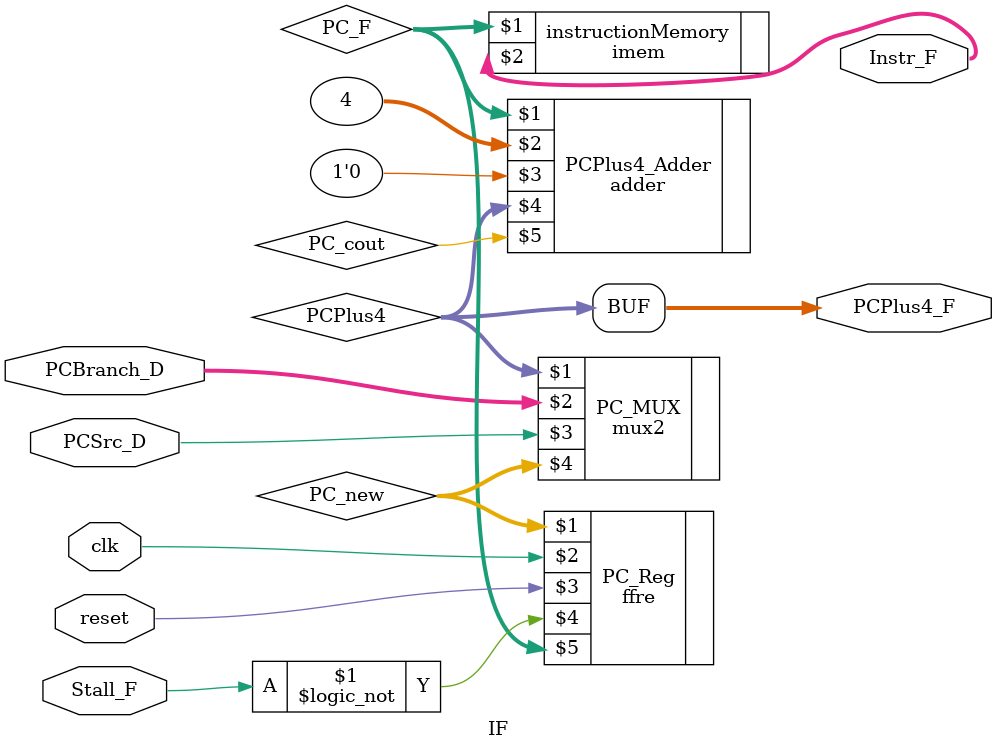
<source format=v>
/* 	Author: Tobias Minn
	MIPS Pipeline Processor

	Instruction Fetch Stage (IF)
		
*/
module IF #(parameter WIDTH = 32, parameter RESET_ADDRESS = 32'h0)(
	input					clk, reset,
	input	[WIDTH-1:0]		PCBranch_D,
	input					PCSrc_D, Stall_F,
	output	[WIDTH-1:0]		PCPlus4_F, Instr_F);


	wire [WIDTH-1:0] PCPlus4, PC_new, PC_F;

	wire PC_cout;

	// instantiate PC MUX
	mux2 #(32) PC_MUX(PCPlus4, PCBranch_D, PCSrc_D, PC_new);

	// instantiate PC register
	ffre #(32,RESET_ADDRESS) PC_Reg(PC_new, clk, reset, !Stall_F, PC_F);

	// instantiate PC + 4 adder
	adder #(32) PCPlus4_Adder(PC_F, 32'h4, 1'b0, PCPlus4, PC_cout);

	// instantiate Instruction memory
	imem instructionMemory(PC_F, Instr_F);

	// assign internal PCPlus4 signal to output
	assign PCPlus4_F = PCPlus4;

endmodule
</source>
